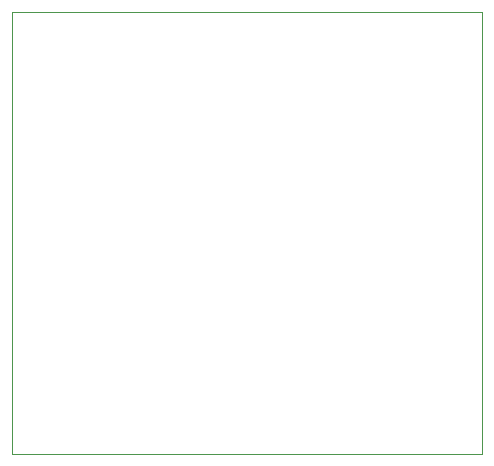
<source format=gm1>
G04*
G04 #@! TF.GenerationSoftware,Altium Limited,Altium Designer,18.0.12 (696)*
G04*
G04 Layer_Color=16711935*
%FSAX24Y24*%
%MOIN*%
G70*
G01*
G75*
%ADD15C,0.0040*%
D15*
X022400Y023250D02*
Y038000D01*
Y023250D02*
X038050D01*
Y038000D01*
X022400D02*
X038050D01*
M02*

</source>
